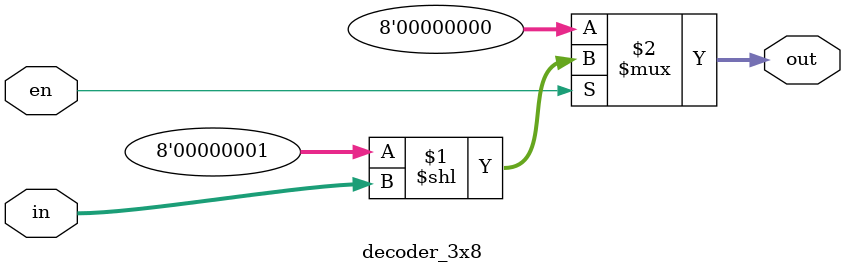
<source format=v>
module decoder_3x8(
    input [2:0] in,
    input en,
    output [7:0] out
);
    assign out = en ? (8'b00000001 << in) : 8'b00000000;
endmodule

</source>
